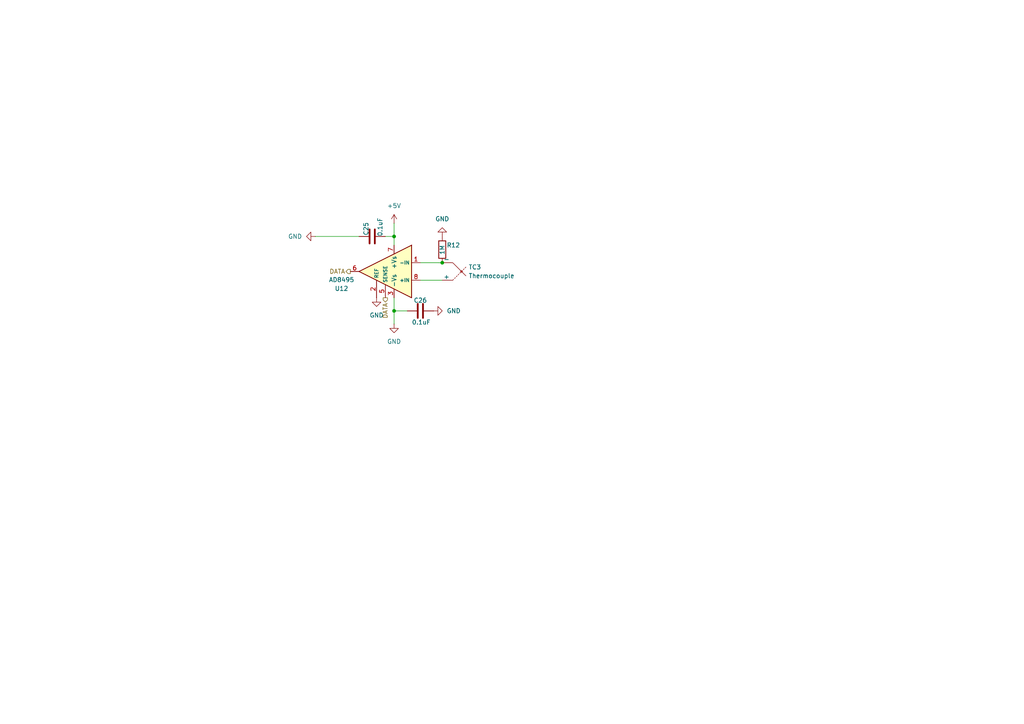
<source format=kicad_sch>
(kicad_sch (version 20250114) (generator "eeschema") (generator_version "9.0")
  (paper "A4")
  (lib_symbols
    (symbol "Device:C" (pin_numbers (hide yes)) (pin_names (offset 0.254))
      (property "Reference" "C" (at 0.635 2.54 0))
      (property "Value" "C" (at 0.635 -2.54 0))
      (symbol "C_0_1"
        (polyline (pts (xy -2.032 0.762) (xy 2.032 0.762)) (stroke (width 0.508)))
        (polyline (pts (xy -2.032 -0.762) (xy 2.032 -0.762)) (stroke (width 0.508)))
      )
      (symbol "C_1_1"
        (pin passive line (at 0 3.81 270) (length 2.794) (name "~") (number "1"))
        (pin passive line (at 0 -3.81 90) (length 2.794) (name "~") (number "2"))
      )
    )
    (symbol "Device:R" (pin_numbers (hide yes)) (pin_names (offset 0))
      (property "Reference" "R" (at 2.032 0 90))
      (property "Value" "R" (at 0 0 90))
      (symbol "R_0_1"
        (rectangle (start -1.016 -2.54) (end 1.016 2.54) (stroke (width 0.254)))
      )
      (symbol "R_1_1"
        (pin passive line (at 0 3.81 270) (length 1.27) (name "~") (number "1"))
        (pin passive line (at 0 -3.81 90) (length 1.27) (name "~") (number "2"))
      )
    )
    (symbol "Device:Thermocouple" (pin_numbers (hide yes)) (pin_names (offset 0))
      (property "Reference" "TC0" (at -5.08 -1.2701 0))
      (property "Value" "Thermocouple" (at -5.08 1.2699 0))
      (symbol "Thermocouple_0_1"
        (polyline (pts (xy -4.064 -1.016) (xy -4.318 -1.27)))
        (polyline (pts (xy -3.556 -0.508) (xy -3.81 -0.762)))
        (circle (center -3.048 0) (radius 0.254) (fill (type outline)))
        (polyline (pts (xy -3.048 0) (xy -3.302 -0.254)))
        (polyline (pts (xy -2.54 0.508) (xy -2.794 0.254)))
        (polyline (pts (xy -2.032 1.016) (xy -2.286 0.762)))
        (polyline (pts (xy -1.524 1.524) (xy -1.778 1.27)))
        (polyline (pts (xy -1.016 2.032) (xy -1.27 1.778)))
        (polyline (pts (xy -0.508 2.54) (xy -0.762 2.286)))
        (polyline (pts (xy 0 2.54) (xy -0.508 2.54)))
        (polyline (pts (xy 0 -2.54) (xy -0.254 -2.54)))
        (polyline (pts (xy 0.254 -2.54) (xy -0.508 -2.54) (xy -4.318 1.27)))
      )
      (symbol "Thermocouple_1_1"
        (pin passive line (at 2.54 2.54 180) (length 2.54) (name "+") (number "2"))
        (pin passive line (at 2.54 -2.54 180) (length 2.54) (name "-") (number "1"))
      )
    )
    (symbol "Sensor_Temperature:AD8495"
      (property "Reference" "U" (at 5.08 3.81 0))
      (property "Value" "AD8495" (at 8.89 -3.81 0))
      (symbol "AD8495_0_1"
        (polyline (pts (xy -7.62 7.62) (xy 7.62 0) (xy -7.62 -7.62) (xy -7.62 7.62)) (stroke (width 0.254)) (fill (type background)))
      )
      (symbol "AD8495_1_1"
        (pin input line (at -10.16 2.54 0) (length 2.54) (name "-IN") (number "1"))
        (pin input line (at -10.16 -2.54 0) (length 2.54) (name "+IN") (number "8"))
        (pin no_connect line (at -5.08 0 180) (length 2.54) (hide yes) (name "NC") (number "4"))
        (pin power_in line (at -2.54 7.62 270) (length 2.54) (name "+Vs") (number "7"))
        (pin power_in line (at -2.54 -7.62 90) (length 2.54) (name "-Vs") (number "3"))
        (pin passive line (at 0 -7.62 90) (length 3.81) (name "SENSE") (number "5"))
        (pin input line (at 2.54 -7.62 90) (length 5.08) (name "REF") (number "2"))
        (pin output line (at 10.16 0 180) (length 2.54) (name "~") (number "6"))
      )
    )
    (symbol "power:+5V" (power) (pin_numbers (hide yes)) (pin_names (offset 0) (hide yes))
      (property "Value" "+5V" (at 0 3.556 0))
      (symbol "+5V_0_1"
        (polyline (pts (xy -0.762 1.27) (xy 0 2.54)))
        (polyline (pts (xy 0 2.54) (xy 0.762 1.27)))
        (polyline (pts (xy 0 0) (xy 0 2.54)))
      )
      (symbol "+5V_1_1"
        (pin power_in line (at 0 0 90) (length 0) (name "~") (number "1"))
      )
    )
    (symbol "power:GND" (power) (pin_numbers (hide yes)) (pin_names (offset 0) (hide yes))
      (property "Value" "GND" (at 0 -3.81 0))
      (symbol "GND_0_1"
        (polyline (pts (xy 0 0) (xy 0 -1.27) (xy 1.27 -1.27) (xy 0 -2.54) (xy -1.27 -1.27) (xy 0 -1.27)))
      )
      (symbol "GND_1_1"
        (pin power_in line (at 0 0 270) (length 0) (name "~") (number "1"))
      )
    )
  )
  (junction (at 114.3 68.58))
  (junction (at 128.27 76.2))
  (junction (at 114.3 90.17))
  (wire (pts (xy 114.3 64.77) (xy 114.3 68.58)))
  (wire (pts (xy 114.3 68.58) (xy 111.76 68.58)))
  (wire (pts (xy 121.92 81.28) (xy 128.27 81.28)))
  (wire (pts (xy 114.3 68.58) (xy 114.3 71.12)))
  (wire (pts (xy 121.92 76.2) (xy 128.27 76.2)))
  (wire (pts (xy 114.3 86.36) (xy 114.3 90.17)))
  (wire (pts (xy 114.3 90.17) (xy 118.11 90.17)))
  (wire (pts (xy 114.3 90.17) (xy 114.3 93.98)))
  (wire (pts (xy 91.44 68.58) (xy 104.14 68.58)))
  (hierarchical_label "DATA" (shape output) (at 111.76 86.36 270))
  (hierarchical_label "DATA" (shape output) (at 101.6 78.74 180))
  (symbol (lib_id "Device:R") (at 128.27 72.39 0) (unit 1)
    (property "Reference" "R9" (at 129.54 71.12 0) (effects (justify left)))
    (property "Value" "1M" (at 128.27 73.914 90) (effects (justify left)))
    (property "Footprint" "Resistor_SMD:R_0603_1608Metric_Pad0.98x0.95mm_HandSolder" (effects (hide yes)))
    (property "Description" "Resistor" (effects (hide yes)))
    (instances (project "RPU1.1-Controller" (path "" (reference "R12") (unit 1)) (path "" (reference "R11") (unit 1)) (path "" (reference "R10") (unit 1)) (path "" (reference "R9") (unit 1))))
  )
  (symbol (lib_id "power:GND") (at 91.44 68.58 270) (unit 1)
    (property "Reference" "#PWR056" (effects (hide yes)))
    (property "Value" "GND" (at 87.63 68.5799 90) (effects (justify right)))
    (property "Description" "Power symbol creates a global label with name \"GND\" , ground" (effects (hide yes)))
    (instances (project "RPU1.1-Controller" (path "" (reference "#PWR069") (unit 1)) (path "" (reference "#PWR063") (unit 1)) (path "" (reference "#PWR052") (unit 1)) (path "" (reference "#PWR056") (unit 1))))
  )
  (symbol (lib_id "Device:C") (at 121.92 90.17 90) (unit 1)
    (property "Reference" "C23" (at 121.92 87.122 90))
    (property "Value" "0.1uF" (at 122.174 93.472 90))
    (property "Footprint" "Capacitor_SMD:C_0603_1608Metric_Pad1.08x0.95mm_HandSolder" (effects (hide yes)))
    (property "Description" "Unpolarized capacitor" (effects (hide yes)))
    (instances (project "RPU1.1-Controller" (path "" (reference "C26") (unit 1)) (path "" (reference "C24") (unit 1)) (path "" (reference "C20") (unit 1)) (path "" (reference "C23") (unit 1))))
  )
  (symbol (lib_id "power:GND") (at 114.3 93.98 0) (unit 1)
    (property "Reference" "#PWR057" (effects (hide yes)))
    (property "Value" "GND" (at 114.3 99.06 0))
    (property "Description" "Power symbol creates a global label with name \"GND\" , ground" (effects (hide yes)))
    (instances (project "RPU1.1-Controller" (path "" (reference "#PWR072") (unit 1)) (path "" (reference "#PWR066") (unit 1)) (path "" (reference "#PWR060") (unit 1)) (path "" (reference "#PWR057") (unit 1))))
  )
  (symbol (lib_id "Sensor_Temperature:AD8495") (at 111.76 78.74 0) (mirror y) (unit 1)
    (property "Reference" "U13" (at 99.06 83.6932 0))
    (property "Value" "AD8495" (at 99.06 81.1532 0))
    (property "Footprint" "Package_SO:MSOP-8_3x3mm_P0.65mm" (effects (hide yes)))
    (property "Datasheet" "https://www.analog.com/media/en/technical-documentation/data-sheets/ad8494_8495_8496_8497.pdf" (effects (hide yes)))
    (property "Description" "Precision Thermocouple Amplifiers with Cold Junction Compensation, K-Type Thermocouple, 0 to 50C, MSOP-8" (effects (hide yes)))
    (instances (project "RPU1.1-Controller" (path "" (reference "U12") (unit 1)) (path "" (reference "U11") (unit 1)) (path "" (reference "U10") (unit 1)) (path "" (reference "U13") (unit 1))))
  )
  (symbol (lib_id "power:GND") (at 109.22 86.36 0) (unit 1)
    (property "Reference" "#PWR054" (effects (hide yes)))
    (property "Value" "GND" (at 109.22 91.44 0))
    (property "Description" "Power symbol creates a global label with name \"GND\" , ground" (effects (hide yes)))
    (instances (project "RPU1.1-Controller" (path "" (reference "#PWR070") (unit 1)) (path "" (reference "#PWR064") (unit 1)) (path "" (reference "#PWR053") (unit 1)) (path "" (reference "#PWR054") (unit 1))))
  )
  (symbol (lib_id "Device:C") (at 107.95 68.58 90) (unit 1)
    (property "Reference" "C22" (at 106.172 68.326 0) (effects (justify left)))
    (property "Value" "0.1uF" (at 110.236 68.58 0) (effects (justify left)))
    (property "Footprint" "Capacitor_SMD:C_0603_1608Metric_Pad1.08x0.95mm_HandSolder" (effects (hide yes)))
    (property "Description" "Unpolarized capacitor" (effects (hide yes)))
    (instances (project "RPU1.1-Controller" (path "" (reference "C25") (unit 1)) (path "" (reference "C21") (unit 1)) (path "" (reference "C19") (unit 1)) (path "" (reference "C22") (unit 1))))
  )
  (symbol (lib_id "power:GND") (at 128.27 68.58 180) (unit 1)
    (property "Reference" "#PWR051" (effects (hide yes)))
    (property "Value" "GND" (at 128.27 63.5 0))
    (property "Description" "Power symbol creates a global label with name \"GND\" , ground" (effects (hide yes)))
    (instances (project "RPU1.1-Controller" (path "" (reference "#PWR074") (unit 1)) (path "" (reference "#PWR068") (unit 1)) (path "" (reference "#PWR062") (unit 1)) (path "" (reference "#PWR051") (unit 1))))
  )
  (symbol (lib_id "power:GND") (at 125.73 90.17 90) (unit 1)
    (property "Reference" "#PWR058" (effects (hide yes)))
    (property "Value" "GND" (at 129.54 90.1699 90) (effects (justify right)))
    (property "Description" "Power symbol creates a global label with name \"GND\" , ground" (effects (hide yes)))
    (instances (project "RPU1.1-Controller" (path "" (reference "#PWR073") (unit 1)) (path "" (reference "#PWR067") (unit 1)) (path "" (reference "#PWR061") (unit 1)) (path "" (reference "#PWR058") (unit 1))))
  )
  (symbol (lib_id "power:+5V") (at 114.3 64.77 0) (unit 1)
    (property "Reference" "#PWR055" (effects (hide yes)))
    (property "Value" "+5V" (at 114.3 59.69 0))
    (property "Description" "Power symbol creates a global label with name \"+5V\"" (effects (hide yes)))
    (instances (project "RPU1.1-Controller" (path "" (reference "#PWR071") (unit 1)) (path "" (reference "#PWR065") (unit 1)) (path "" (reference "#PWR059") (unit 1)) (path "" (reference "#PWR055") (unit 1))))
  )
  (symbol (lib_id "Device:Thermocouple") (at 130.81 78.74 180) (unit 1)
    (property "Reference" "TC0" (at 135.89 77.4699 0) (effects (justify right)))
    (property "Value" "Thermocouple" (at 135.89 80.0099 0) (effects (justify right)))
    (property "Footprint" "TerminalBlock:TerminalBlock_bornier-2_P5.08mm" (effects (hide yes)))
    (property "Description" "Thermocouple" (effects (hide yes)))
    (instances (project "RPU1.1-Controller" (path "" (reference "TC3") (unit 1)) (path "" (reference "TC2") (unit 1)) (path "" (reference "TC1") (unit 1)) (path "" (reference "TC0") (unit 1))))
  )
)
</source>
